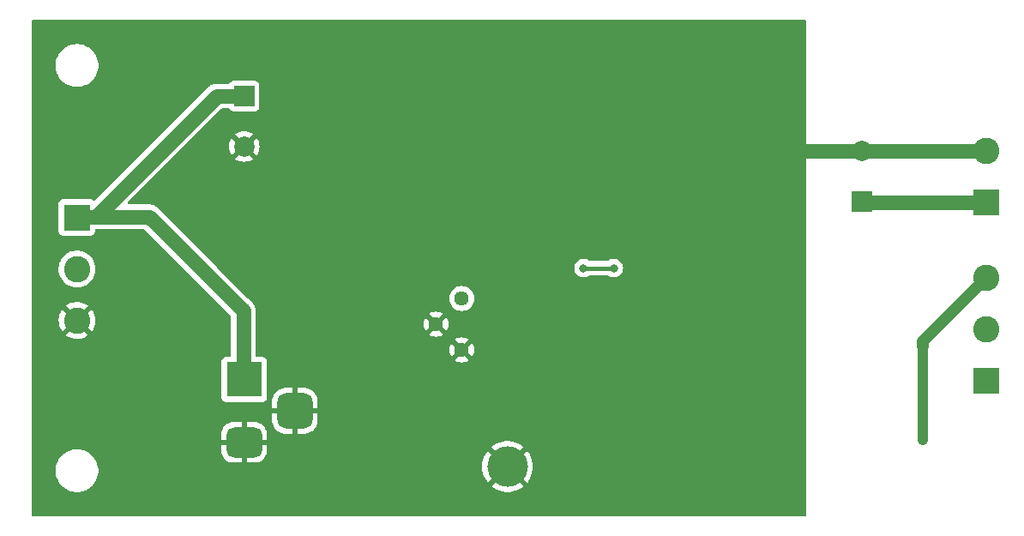
<source format=gbl>
G04 #@! TF.GenerationSoftware,KiCad,Pcbnew,(6.0.10)*
G04 #@! TF.CreationDate,2023-01-08T15:34:45+00:00*
G04 #@! TF.ProjectId,NixiePowerAlternate,4e697869-6550-46f7-9765-72416c746572,rev?*
G04 #@! TF.SameCoordinates,Original*
G04 #@! TF.FileFunction,Copper,L2,Bot*
G04 #@! TF.FilePolarity,Positive*
%FSLAX46Y46*%
G04 Gerber Fmt 4.6, Leading zero omitted, Abs format (unit mm)*
G04 Created by KiCad (PCBNEW (6.0.10)) date 2023-01-08 15:34:45*
%MOMM*%
%LPD*%
G01*
G04 APERTURE LIST*
G04 Aperture macros list*
%AMRoundRect*
0 Rectangle with rounded corners*
0 $1 Rounding radius*
0 $2 $3 $4 $5 $6 $7 $8 $9 X,Y pos of 4 corners*
0 Add a 4 corners polygon primitive as box body*
4,1,4,$2,$3,$4,$5,$6,$7,$8,$9,$2,$3,0*
0 Add four circle primitives for the rounded corners*
1,1,$1+$1,$2,$3*
1,1,$1+$1,$4,$5*
1,1,$1+$1,$6,$7*
1,1,$1+$1,$8,$9*
0 Add four rect primitives between the rounded corners*
20,1,$1+$1,$2,$3,$4,$5,0*
20,1,$1+$1,$4,$5,$6,$7,0*
20,1,$1+$1,$6,$7,$8,$9,0*
20,1,$1+$1,$8,$9,$2,$3,0*%
G04 Aperture macros list end*
G04 #@! TA.AperFunction,ComponentPad*
%ADD10R,3.500000X3.500000*%
G04 #@! TD*
G04 #@! TA.AperFunction,ComponentPad*
%ADD11RoundRect,0.750000X1.000000X-0.750000X1.000000X0.750000X-1.000000X0.750000X-1.000000X-0.750000X0*%
G04 #@! TD*
G04 #@! TA.AperFunction,ComponentPad*
%ADD12RoundRect,0.875000X0.875000X-0.875000X0.875000X0.875000X-0.875000X0.875000X-0.875000X-0.875000X0*%
G04 #@! TD*
G04 #@! TA.AperFunction,ComponentPad*
%ADD13C,1.440000*%
G04 #@! TD*
G04 #@! TA.AperFunction,ComponentPad*
%ADD14C,4.000000*%
G04 #@! TD*
G04 #@! TA.AperFunction,ComponentPad*
%ADD15R,2.600000X2.600000*%
G04 #@! TD*
G04 #@! TA.AperFunction,ComponentPad*
%ADD16C,2.600000*%
G04 #@! TD*
G04 #@! TA.AperFunction,ComponentPad*
%ADD17R,2.000000X2.000000*%
G04 #@! TD*
G04 #@! TA.AperFunction,ComponentPad*
%ADD18C,2.000000*%
G04 #@! TD*
G04 #@! TA.AperFunction,ViaPad*
%ADD19C,0.800000*%
G04 #@! TD*
G04 #@! TA.AperFunction,ViaPad*
%ADD20C,0.600000*%
G04 #@! TD*
G04 #@! TA.AperFunction,Conductor*
%ADD21C,1.200000*%
G04 #@! TD*
G04 #@! TA.AperFunction,Conductor*
%ADD22C,1.400000*%
G04 #@! TD*
G04 #@! TA.AperFunction,Conductor*
%ADD23C,0.400000*%
G04 #@! TD*
G04 #@! TA.AperFunction,Conductor*
%ADD24C,1.000000*%
G04 #@! TD*
G04 APERTURE END LIST*
D10*
X121500000Y-136000000D03*
D11*
X121500000Y-142200000D03*
D12*
X126500000Y-139100000D03*
D13*
X142985000Y-128000000D03*
X140445000Y-130540000D03*
X142985000Y-133080000D03*
D14*
X147500000Y-144600000D03*
D15*
X105000000Y-120000000D03*
D16*
X105000000Y-125080000D03*
X105000000Y-130160000D03*
D15*
X194805000Y-118500000D03*
D16*
X194805000Y-113420000D03*
D17*
X121500000Y-108000000D03*
D18*
X121500000Y-113000000D03*
D15*
X194805000Y-136096000D03*
D16*
X194805000Y-131016000D03*
X194805000Y-125936000D03*
D18*
X182500000Y-113441807D03*
D17*
X182500000Y-118441807D03*
D19*
X158000000Y-125000000D03*
X155000000Y-125000000D03*
X176000000Y-136500000D03*
X188500000Y-142000000D03*
X175000000Y-124000000D03*
X167500000Y-127000000D03*
X166550000Y-124050000D03*
X152000000Y-122000000D03*
X162500000Y-138000000D03*
D20*
X156500000Y-148000000D03*
D21*
X188500000Y-132241000D02*
X194805000Y-125936000D01*
X188500000Y-132730000D02*
X188500000Y-132241000D01*
D22*
X195000000Y-118500000D02*
X182400000Y-118500000D01*
X182400000Y-113467677D02*
X194952323Y-113467677D01*
D23*
X155000000Y-125000000D02*
X158000000Y-125000000D01*
D24*
X188500000Y-142000000D02*
X188500000Y-132730000D01*
D22*
X182400000Y-113467677D02*
X174532323Y-113467677D01*
X182402677Y-113465000D02*
X182400000Y-113467677D01*
X104695000Y-119915000D02*
X106885000Y-119915000D01*
X106885000Y-119915000D02*
X118800000Y-108000000D01*
X104695000Y-119915000D02*
X112115000Y-119915000D01*
X121417500Y-129217500D02*
X121417500Y-136200000D01*
X112115000Y-119915000D02*
X121417500Y-129217500D01*
X118800000Y-108000000D02*
X121500000Y-108000000D01*
G04 #@! TA.AperFunction,Conductor*
G36*
X176942121Y-100528502D02*
G01*
X176988614Y-100582158D01*
X177000000Y-100634500D01*
X177000000Y-149365500D01*
X176979998Y-149433621D01*
X176926342Y-149480114D01*
X176874000Y-149491500D01*
X100634500Y-149491500D01*
X100566379Y-149471498D01*
X100519886Y-149417842D01*
X100508500Y-149365500D01*
X100508500Y-145132703D01*
X102890743Y-145132703D01*
X102891302Y-145136947D01*
X102891302Y-145136951D01*
X102903384Y-145228723D01*
X102928268Y-145417734D01*
X103004129Y-145695036D01*
X103005813Y-145698984D01*
X103051904Y-145807041D01*
X103116923Y-145959476D01*
X103264561Y-146206161D01*
X103444313Y-146430528D01*
X103652851Y-146628423D01*
X103886317Y-146796186D01*
X103890112Y-146798195D01*
X103890113Y-146798196D01*
X103911869Y-146809715D01*
X104140392Y-146930712D01*
X104410373Y-147029511D01*
X104691264Y-147090755D01*
X104719841Y-147093004D01*
X104914282Y-147108307D01*
X104914291Y-147108307D01*
X104916739Y-147108500D01*
X105072271Y-147108500D01*
X105074407Y-147108354D01*
X105074418Y-147108354D01*
X105282548Y-147094165D01*
X105282554Y-147094164D01*
X105286825Y-147093873D01*
X105291020Y-147093004D01*
X105291022Y-147093004D01*
X105427584Y-147064723D01*
X105568342Y-147035574D01*
X105839343Y-146939607D01*
X106094812Y-146807750D01*
X106098313Y-146805289D01*
X106098317Y-146805287D01*
X106220479Y-146719430D01*
X106330023Y-146642441D01*
X106433820Y-146545987D01*
X145918721Y-146545987D01*
X145927548Y-146557605D01*
X146150281Y-146719430D01*
X146156961Y-146723670D01*
X146426572Y-146871890D01*
X146433707Y-146875247D01*
X146719770Y-146988508D01*
X146727296Y-146990953D01*
X147025279Y-147067462D01*
X147033050Y-147068945D01*
X147338278Y-147107503D01*
X147346169Y-147108000D01*
X147653831Y-147108000D01*
X147661722Y-147107503D01*
X147966950Y-147068945D01*
X147974721Y-147067462D01*
X148272704Y-146990953D01*
X148280230Y-146988508D01*
X148566293Y-146875247D01*
X148573428Y-146871890D01*
X148843039Y-146723670D01*
X148849719Y-146719430D01*
X149072823Y-146557336D01*
X149081246Y-146546413D01*
X149074342Y-146533552D01*
X147512812Y-144972022D01*
X147498868Y-144964408D01*
X147497035Y-144964539D01*
X147490420Y-144968790D01*
X145925334Y-146533876D01*
X145918721Y-146545987D01*
X106433820Y-146545987D01*
X106540622Y-146446740D01*
X106722713Y-146224268D01*
X106872927Y-145979142D01*
X106988483Y-145715898D01*
X107067244Y-145439406D01*
X107107751Y-145154784D01*
X107107845Y-145136951D01*
X107109235Y-144871583D01*
X107109235Y-144871576D01*
X107109257Y-144867297D01*
X107074588Y-144603958D01*
X144987290Y-144603958D01*
X145006607Y-144910994D01*
X145007600Y-144918855D01*
X145065246Y-145221046D01*
X145067217Y-145228723D01*
X145162284Y-145521309D01*
X145165199Y-145528672D01*
X145296189Y-145807041D01*
X145300001Y-145813974D01*
X145464851Y-146073736D01*
X145469495Y-146080129D01*
X145544497Y-146170790D01*
X145557014Y-146179245D01*
X145567752Y-146173038D01*
X147127978Y-144612812D01*
X147134356Y-144601132D01*
X147864408Y-144601132D01*
X147864539Y-144602965D01*
X147868790Y-144609580D01*
X149431145Y-146171935D01*
X149444407Y-146179177D01*
X149454512Y-146171988D01*
X149530505Y-146080129D01*
X149535149Y-146073736D01*
X149699999Y-145813974D01*
X149703811Y-145807041D01*
X149834801Y-145528672D01*
X149837716Y-145521309D01*
X149932783Y-145228723D01*
X149934754Y-145221046D01*
X149992400Y-144918855D01*
X149993393Y-144910994D01*
X150012710Y-144603958D01*
X150012710Y-144596042D01*
X149993393Y-144289006D01*
X149992400Y-144281145D01*
X149934754Y-143978954D01*
X149932783Y-143971277D01*
X149837716Y-143678691D01*
X149834801Y-143671328D01*
X149703811Y-143392959D01*
X149699999Y-143386026D01*
X149535149Y-143126264D01*
X149530505Y-143119871D01*
X149455503Y-143029210D01*
X149442986Y-143020755D01*
X149432248Y-143026962D01*
X147872022Y-144587188D01*
X147864408Y-144601132D01*
X147134356Y-144601132D01*
X147135592Y-144598868D01*
X147135461Y-144597035D01*
X147131210Y-144590420D01*
X145568855Y-143028065D01*
X145555593Y-143020823D01*
X145545488Y-143028012D01*
X145469495Y-143119871D01*
X145464851Y-143126264D01*
X145300001Y-143386026D01*
X145296189Y-143392959D01*
X145165199Y-143671328D01*
X145162284Y-143678691D01*
X145067217Y-143971277D01*
X145065246Y-143978954D01*
X145007600Y-144281145D01*
X145006607Y-144289006D01*
X144987290Y-144596042D01*
X144987290Y-144603958D01*
X107074588Y-144603958D01*
X107071732Y-144582266D01*
X106995871Y-144304964D01*
X106964412Y-144231210D01*
X106884763Y-144044476D01*
X106884761Y-144044472D01*
X106883077Y-144040524D01*
X106735439Y-143793839D01*
X106555687Y-143569472D01*
X106362375Y-143386026D01*
X106350258Y-143374527D01*
X106350255Y-143374525D01*
X106347149Y-143371577D01*
X106113683Y-143203814D01*
X106091843Y-143192250D01*
X106029650Y-143159321D01*
X105859608Y-143069288D01*
X105697489Y-143009961D01*
X119242001Y-143009961D01*
X119242209Y-143015071D01*
X119253082Y-143148767D01*
X119254852Y-143159320D01*
X119307967Y-143366185D01*
X119311701Y-143376731D01*
X119400510Y-143570705D01*
X119406046Y-143580412D01*
X119527803Y-143755597D01*
X119534976Y-143764176D01*
X119685824Y-143915024D01*
X119694403Y-143922197D01*
X119869588Y-144043954D01*
X119879295Y-144049490D01*
X120073269Y-144138299D01*
X120083815Y-144142033D01*
X120290679Y-144195147D01*
X120301234Y-144196918D01*
X120434930Y-144207793D01*
X120440036Y-144208000D01*
X121227885Y-144208000D01*
X121243124Y-144203525D01*
X121244329Y-144202135D01*
X121246000Y-144194452D01*
X121246000Y-144189884D01*
X121754000Y-144189884D01*
X121758475Y-144205123D01*
X121759865Y-144206328D01*
X121767548Y-144207999D01*
X122559961Y-144207999D01*
X122565071Y-144207791D01*
X122698767Y-144196918D01*
X122709320Y-144195148D01*
X122916185Y-144142033D01*
X122926731Y-144138299D01*
X123120705Y-144049490D01*
X123130412Y-144043954D01*
X123305597Y-143922197D01*
X123314176Y-143915024D01*
X123465024Y-143764176D01*
X123472197Y-143755597D01*
X123593954Y-143580412D01*
X123599490Y-143570705D01*
X123688299Y-143376731D01*
X123692033Y-143366185D01*
X123745147Y-143159321D01*
X123746918Y-143148766D01*
X123757793Y-143015070D01*
X123758000Y-143009964D01*
X123758000Y-142653587D01*
X145918754Y-142653587D01*
X145925658Y-142666448D01*
X147487188Y-144227978D01*
X147501132Y-144235592D01*
X147502965Y-144235461D01*
X147509580Y-144231210D01*
X149074666Y-142666124D01*
X149081279Y-142654013D01*
X149072452Y-142642395D01*
X148849719Y-142480570D01*
X148843039Y-142476330D01*
X148573428Y-142328110D01*
X148566293Y-142324753D01*
X148280230Y-142211492D01*
X148272704Y-142209047D01*
X147974721Y-142132538D01*
X147966950Y-142131055D01*
X147661722Y-142092497D01*
X147653831Y-142092000D01*
X147346169Y-142092000D01*
X147338278Y-142092497D01*
X147033050Y-142131055D01*
X147025279Y-142132538D01*
X146727296Y-142209047D01*
X146719770Y-142211492D01*
X146433707Y-142324753D01*
X146426572Y-142328110D01*
X146156961Y-142476330D01*
X146150281Y-142480570D01*
X145927177Y-142642664D01*
X145918754Y-142653587D01*
X123758000Y-142653587D01*
X123758000Y-142472115D01*
X123753525Y-142456876D01*
X123752135Y-142455671D01*
X123744452Y-142454000D01*
X121772115Y-142454000D01*
X121756876Y-142458475D01*
X121755671Y-142459865D01*
X121754000Y-142467548D01*
X121754000Y-144189884D01*
X121246000Y-144189884D01*
X121246000Y-142472115D01*
X121241525Y-142456876D01*
X121240135Y-142455671D01*
X121232452Y-142454000D01*
X119260116Y-142454000D01*
X119244877Y-142458475D01*
X119243672Y-142459865D01*
X119242001Y-142467548D01*
X119242001Y-143009961D01*
X105697489Y-143009961D01*
X105589627Y-142970489D01*
X105308736Y-142909245D01*
X105277685Y-142906801D01*
X105085718Y-142891693D01*
X105085709Y-142891693D01*
X105083261Y-142891500D01*
X104927729Y-142891500D01*
X104925593Y-142891646D01*
X104925582Y-142891646D01*
X104717452Y-142905835D01*
X104717446Y-142905836D01*
X104713175Y-142906127D01*
X104708980Y-142906996D01*
X104708978Y-142906996D01*
X104572416Y-142935277D01*
X104431658Y-142964426D01*
X104160657Y-143060393D01*
X103905188Y-143192250D01*
X103901687Y-143194711D01*
X103901683Y-143194713D01*
X103891594Y-143201804D01*
X103669977Y-143357559D01*
X103459378Y-143553260D01*
X103277287Y-143775732D01*
X103127073Y-144020858D01*
X103125347Y-144024791D01*
X103125346Y-144024792D01*
X103050565Y-144195148D01*
X103011517Y-144284102D01*
X102932756Y-144560594D01*
X102892249Y-144845216D01*
X102892227Y-144849505D01*
X102892226Y-144849512D01*
X102890765Y-145128417D01*
X102890743Y-145132703D01*
X100508500Y-145132703D01*
X100508500Y-141927885D01*
X119242000Y-141927885D01*
X119246475Y-141943124D01*
X119247865Y-141944329D01*
X119255548Y-141946000D01*
X121227885Y-141946000D01*
X121243124Y-141941525D01*
X121244329Y-141940135D01*
X121246000Y-141932452D01*
X121246000Y-141927885D01*
X121754000Y-141927885D01*
X121758475Y-141943124D01*
X121759865Y-141944329D01*
X121767548Y-141946000D01*
X123739884Y-141946000D01*
X123755123Y-141941525D01*
X123756328Y-141940135D01*
X123757999Y-141932452D01*
X123757999Y-141390039D01*
X123757791Y-141384929D01*
X123746918Y-141251233D01*
X123745148Y-141240680D01*
X123692033Y-141033815D01*
X123688299Y-141023269D01*
X123599490Y-140829295D01*
X123593954Y-140819588D01*
X123472197Y-140644403D01*
X123465024Y-140635824D01*
X123314176Y-140484976D01*
X123305597Y-140477803D01*
X123130412Y-140356046D01*
X123120705Y-140350510D01*
X122926731Y-140261701D01*
X122916185Y-140257967D01*
X122709321Y-140204853D01*
X122698766Y-140203082D01*
X122565070Y-140192207D01*
X122559964Y-140192000D01*
X121772115Y-140192000D01*
X121756876Y-140196475D01*
X121755671Y-140197865D01*
X121754000Y-140205548D01*
X121754000Y-141927885D01*
X121246000Y-141927885D01*
X121246000Y-140210116D01*
X121241525Y-140194877D01*
X121240135Y-140193672D01*
X121232452Y-140192001D01*
X120440039Y-140192001D01*
X120434929Y-140192209D01*
X120301233Y-140203082D01*
X120290680Y-140204852D01*
X120083815Y-140257967D01*
X120073269Y-140261701D01*
X119879295Y-140350510D01*
X119869588Y-140356046D01*
X119694403Y-140477803D01*
X119685824Y-140484976D01*
X119534976Y-140635824D01*
X119527803Y-140644403D01*
X119406046Y-140819588D01*
X119400510Y-140829295D01*
X119311701Y-141023269D01*
X119307967Y-141033815D01*
X119254853Y-141240679D01*
X119253082Y-141251234D01*
X119242207Y-141384930D01*
X119242000Y-141390036D01*
X119242000Y-141927885D01*
X100508500Y-141927885D01*
X100508500Y-140065631D01*
X124242000Y-140065631D01*
X124242091Y-140069016D01*
X124244882Y-140120545D01*
X124245955Y-140129189D01*
X124289080Y-140350018D01*
X124291994Y-140360246D01*
X124371364Y-140569740D01*
X124375962Y-140579338D01*
X124489493Y-140772460D01*
X124495646Y-140781149D01*
X124640101Y-140952392D01*
X124647608Y-140959899D01*
X124818851Y-141104354D01*
X124827540Y-141110507D01*
X125020662Y-141224038D01*
X125030260Y-141228636D01*
X125239754Y-141308006D01*
X125249982Y-141310920D01*
X125470811Y-141354045D01*
X125479455Y-141355118D01*
X125530984Y-141357909D01*
X125534369Y-141358000D01*
X126227885Y-141358000D01*
X126243124Y-141353525D01*
X126244329Y-141352135D01*
X126246000Y-141344452D01*
X126246000Y-141339885D01*
X126754000Y-141339885D01*
X126758475Y-141355124D01*
X126759865Y-141356329D01*
X126767548Y-141358000D01*
X127465631Y-141358000D01*
X127469016Y-141357909D01*
X127520545Y-141355118D01*
X127529189Y-141354045D01*
X127750018Y-141310920D01*
X127760246Y-141308006D01*
X127969740Y-141228636D01*
X127979338Y-141224038D01*
X128172460Y-141110507D01*
X128181149Y-141104354D01*
X128352392Y-140959899D01*
X128359899Y-140952392D01*
X128504354Y-140781149D01*
X128510507Y-140772460D01*
X128624038Y-140579338D01*
X128628636Y-140569740D01*
X128708006Y-140360246D01*
X128710920Y-140350018D01*
X128754045Y-140129189D01*
X128755118Y-140120545D01*
X128757909Y-140069016D01*
X128758000Y-140065631D01*
X128758000Y-139372115D01*
X128753525Y-139356876D01*
X128752135Y-139355671D01*
X128744452Y-139354000D01*
X126772115Y-139354000D01*
X126756876Y-139358475D01*
X126755671Y-139359865D01*
X126754000Y-139367548D01*
X126754000Y-141339885D01*
X126246000Y-141339885D01*
X126246000Y-139372115D01*
X126241525Y-139356876D01*
X126240135Y-139355671D01*
X126232452Y-139354000D01*
X124260115Y-139354000D01*
X124244876Y-139358475D01*
X124243671Y-139359865D01*
X124242000Y-139367548D01*
X124242000Y-140065631D01*
X100508500Y-140065631D01*
X100508500Y-138827885D01*
X124242000Y-138827885D01*
X124246475Y-138843124D01*
X124247865Y-138844329D01*
X124255548Y-138846000D01*
X126227885Y-138846000D01*
X126243124Y-138841525D01*
X126244329Y-138840135D01*
X126246000Y-138832452D01*
X126246000Y-138827885D01*
X126754000Y-138827885D01*
X126758475Y-138843124D01*
X126759865Y-138844329D01*
X126767548Y-138846000D01*
X128739885Y-138846000D01*
X128755124Y-138841525D01*
X128756329Y-138840135D01*
X128758000Y-138832452D01*
X128758000Y-138134370D01*
X128757909Y-138130984D01*
X128755118Y-138079455D01*
X128754045Y-138070811D01*
X128710920Y-137849982D01*
X128708006Y-137839754D01*
X128628636Y-137630260D01*
X128624038Y-137620662D01*
X128510507Y-137427540D01*
X128504354Y-137418851D01*
X128359899Y-137247608D01*
X128352392Y-137240101D01*
X128181149Y-137095646D01*
X128172460Y-137089493D01*
X127979338Y-136975962D01*
X127969740Y-136971364D01*
X127760246Y-136891994D01*
X127750018Y-136889080D01*
X127529189Y-136845955D01*
X127520545Y-136844882D01*
X127469016Y-136842091D01*
X127465630Y-136842000D01*
X126772115Y-136842000D01*
X126756876Y-136846475D01*
X126755671Y-136847865D01*
X126754000Y-136855548D01*
X126754000Y-138827885D01*
X126246000Y-138827885D01*
X126246000Y-136860115D01*
X126241525Y-136844876D01*
X126240135Y-136843671D01*
X126232452Y-136842000D01*
X125534370Y-136842000D01*
X125530984Y-136842091D01*
X125479455Y-136844882D01*
X125470811Y-136845955D01*
X125249982Y-136889080D01*
X125239754Y-136891994D01*
X125030260Y-136971364D01*
X125020662Y-136975962D01*
X124827540Y-137089493D01*
X124818851Y-137095646D01*
X124647608Y-137240101D01*
X124640101Y-137247608D01*
X124495646Y-137418851D01*
X124489493Y-137427540D01*
X124375962Y-137620662D01*
X124371364Y-137630260D01*
X124291994Y-137839754D01*
X124289080Y-137849982D01*
X124245955Y-138070811D01*
X124244882Y-138079455D01*
X124242091Y-138130984D01*
X124242000Y-138134370D01*
X124242000Y-138827885D01*
X100508500Y-138827885D01*
X100508500Y-131604906D01*
X103919839Y-131604906D01*
X103928553Y-131616427D01*
X104035452Y-131694809D01*
X104043351Y-131699745D01*
X104272905Y-131820519D01*
X104281454Y-131824236D01*
X104526327Y-131909749D01*
X104535336Y-131912163D01*
X104790166Y-131960544D01*
X104799423Y-131961598D01*
X105058607Y-131971783D01*
X105067921Y-131971457D01*
X105325753Y-131943220D01*
X105334930Y-131941519D01*
X105585758Y-131875481D01*
X105594574Y-131872445D01*
X105832880Y-131770062D01*
X105841167Y-131765748D01*
X106061718Y-131629266D01*
X106069268Y-131623780D01*
X106074559Y-131619301D01*
X106082997Y-131606497D01*
X106076935Y-131596145D01*
X105012812Y-130532022D01*
X104998868Y-130524408D01*
X104997035Y-130524539D01*
X104990420Y-130528790D01*
X103926497Y-131592713D01*
X103919839Y-131604906D01*
X100508500Y-131604906D01*
X100508500Y-130117211D01*
X103187775Y-130117211D01*
X103200220Y-130376288D01*
X103201356Y-130385543D01*
X103251961Y-130639945D01*
X103254449Y-130648917D01*
X103342095Y-130893033D01*
X103345895Y-130901568D01*
X103468658Y-131130042D01*
X103473666Y-131137904D01*
X103543720Y-131231716D01*
X103554979Y-131240165D01*
X103567397Y-131233393D01*
X104627978Y-130172812D01*
X104634356Y-130161132D01*
X105364408Y-130161132D01*
X105364539Y-130162965D01*
X105368790Y-130169580D01*
X106436094Y-131236884D01*
X106448474Y-131243644D01*
X106456815Y-131237400D01*
X106590832Y-131029048D01*
X106595275Y-131020864D01*
X106701807Y-130784370D01*
X106704997Y-130775605D01*
X106775402Y-130525972D01*
X106777262Y-130516830D01*
X106810187Y-130258019D01*
X106810668Y-130251733D01*
X106812987Y-130163160D01*
X106812836Y-130156851D01*
X106793501Y-129896663D01*
X106792125Y-129887457D01*
X106734878Y-129634467D01*
X106732154Y-129625556D01*
X106638143Y-129383806D01*
X106634132Y-129375397D01*
X106505422Y-129150202D01*
X106500211Y-129142476D01*
X106456996Y-129087658D01*
X106445071Y-129079187D01*
X106433537Y-129085673D01*
X105372022Y-130147188D01*
X105364408Y-130161132D01*
X104634356Y-130161132D01*
X104635592Y-130158868D01*
X104635461Y-130157035D01*
X104631210Y-130150420D01*
X103565816Y-129085026D01*
X103552507Y-129077758D01*
X103542472Y-129084878D01*
X103526937Y-129103556D01*
X103521531Y-129111135D01*
X103386965Y-129332891D01*
X103382736Y-129341192D01*
X103282432Y-129580389D01*
X103279471Y-129589239D01*
X103215628Y-129840625D01*
X103214006Y-129849822D01*
X103188020Y-130107885D01*
X103187775Y-130117211D01*
X100508500Y-130117211D01*
X100508500Y-128712689D01*
X103917102Y-128712689D01*
X103921675Y-128722465D01*
X104987188Y-129787978D01*
X105001132Y-129795592D01*
X105002965Y-129795461D01*
X105009580Y-129791210D01*
X106074349Y-128726441D01*
X106080733Y-128714751D01*
X106071321Y-128702641D01*
X105924045Y-128600471D01*
X105916010Y-128595738D01*
X105683376Y-128481016D01*
X105674743Y-128477528D01*
X105427703Y-128398450D01*
X105418643Y-128396274D01*
X105162630Y-128354580D01*
X105153343Y-128353768D01*
X104893992Y-128350373D01*
X104884681Y-128350943D01*
X104627682Y-128385919D01*
X104618546Y-128387860D01*
X104369543Y-128460439D01*
X104360800Y-128463707D01*
X104125252Y-128572296D01*
X104117097Y-128576816D01*
X103926240Y-128701947D01*
X103917102Y-128712689D01*
X100508500Y-128712689D01*
X100508500Y-125032526D01*
X103187050Y-125032526D01*
X103199947Y-125301019D01*
X103252388Y-125564656D01*
X103343220Y-125817646D01*
X103470450Y-126054431D01*
X103473241Y-126058168D01*
X103473245Y-126058175D01*
X103554887Y-126167506D01*
X103631281Y-126269810D01*
X103634590Y-126273090D01*
X103634595Y-126273096D01*
X103818863Y-126455762D01*
X103822180Y-126459050D01*
X103825942Y-126461808D01*
X103825945Y-126461811D01*
X103938299Y-126544192D01*
X104038954Y-126617995D01*
X104043089Y-126620171D01*
X104043093Y-126620173D01*
X104272698Y-126740975D01*
X104276840Y-126743154D01*
X104530613Y-126831775D01*
X104535206Y-126832647D01*
X104790109Y-126881042D01*
X104790112Y-126881042D01*
X104794698Y-126881913D01*
X104922370Y-126886929D01*
X105058625Y-126892283D01*
X105058630Y-126892283D01*
X105063293Y-126892466D01*
X105167607Y-126881042D01*
X105325844Y-126863713D01*
X105325850Y-126863712D01*
X105330497Y-126863203D01*
X105405330Y-126843501D01*
X105585918Y-126795956D01*
X105585920Y-126795955D01*
X105590441Y-126794765D01*
X105655515Y-126766807D01*
X105833120Y-126690502D01*
X105833122Y-126690501D01*
X105837414Y-126688657D01*
X105956071Y-126615230D01*
X106062017Y-126549669D01*
X106062021Y-126549666D01*
X106065990Y-126547210D01*
X106271149Y-126373530D01*
X106448382Y-126171434D01*
X106593797Y-125945361D01*
X106704199Y-125700278D01*
X106741209Y-125569051D01*
X106775893Y-125446072D01*
X106775894Y-125446069D01*
X106777163Y-125441568D01*
X106795043Y-125301019D01*
X106810688Y-125178045D01*
X106810688Y-125178041D01*
X106811086Y-125174915D01*
X106813571Y-125080000D01*
X106793650Y-124811937D01*
X106792619Y-124807379D01*
X106735361Y-124554331D01*
X106735360Y-124554326D01*
X106734327Y-124549763D01*
X106636902Y-124299238D01*
X106503518Y-124065864D01*
X106337105Y-123854769D01*
X106141317Y-123670591D01*
X105920457Y-123517374D01*
X105916264Y-123515306D01*
X105683564Y-123400551D01*
X105683561Y-123400550D01*
X105679376Y-123398486D01*
X105631745Y-123383239D01*
X105577621Y-123365914D01*
X105423370Y-123316538D01*
X105418763Y-123315788D01*
X105418760Y-123315787D01*
X105162674Y-123274081D01*
X105162675Y-123274081D01*
X105158063Y-123273330D01*
X105027719Y-123271624D01*
X104893961Y-123269873D01*
X104893958Y-123269873D01*
X104889284Y-123269812D01*
X104622937Y-123306060D01*
X104364874Y-123381278D01*
X104120763Y-123493815D01*
X104116854Y-123496378D01*
X103899881Y-123638631D01*
X103899876Y-123638635D01*
X103895968Y-123641197D01*
X103695426Y-123820188D01*
X103523544Y-124026854D01*
X103384096Y-124256656D01*
X103382287Y-124260970D01*
X103382285Y-124260974D01*
X103357058Y-124321134D01*
X103280148Y-124504545D01*
X103213981Y-124765077D01*
X103187050Y-125032526D01*
X100508500Y-125032526D01*
X100508500Y-121348134D01*
X103191500Y-121348134D01*
X103198255Y-121410316D01*
X103249385Y-121546705D01*
X103336739Y-121663261D01*
X103453295Y-121750615D01*
X103589684Y-121801745D01*
X103651866Y-121808500D01*
X106348134Y-121808500D01*
X106410316Y-121801745D01*
X106546705Y-121750615D01*
X106663261Y-121663261D01*
X106750615Y-121546705D01*
X106801745Y-121410316D01*
X106808500Y-121348134D01*
X106808500Y-121249500D01*
X106828502Y-121181379D01*
X106882158Y-121134886D01*
X106934500Y-121123500D01*
X111562233Y-121123500D01*
X111630354Y-121143502D01*
X111651328Y-121160405D01*
X120172095Y-129681172D01*
X120206121Y-129743484D01*
X120209000Y-129770267D01*
X120209000Y-133615500D01*
X120188998Y-133683621D01*
X120135342Y-133730114D01*
X120083000Y-133741500D01*
X119701866Y-133741500D01*
X119639684Y-133748255D01*
X119503295Y-133799385D01*
X119386739Y-133886739D01*
X119299385Y-134003295D01*
X119248255Y-134139684D01*
X119241500Y-134201866D01*
X119241500Y-137798134D01*
X119248255Y-137860316D01*
X119299385Y-137996705D01*
X119386739Y-138113261D01*
X119503295Y-138200615D01*
X119639684Y-138251745D01*
X119701866Y-138258500D01*
X123298134Y-138258500D01*
X123360316Y-138251745D01*
X123496705Y-138200615D01*
X123613261Y-138113261D01*
X123700615Y-137996705D01*
X123751745Y-137860316D01*
X123758500Y-137798134D01*
X123758500Y-134201866D01*
X123751745Y-134139684D01*
X123740100Y-134108621D01*
X142320933Y-134108621D01*
X142330227Y-134120635D01*
X142364146Y-134144385D01*
X142373641Y-134149868D01*
X142558413Y-134236028D01*
X142568705Y-134239774D01*
X142765632Y-134292540D01*
X142776425Y-134294443D01*
X142979525Y-134312212D01*
X142990475Y-134312212D01*
X143193575Y-134294443D01*
X143204368Y-134292540D01*
X143401295Y-134239774D01*
X143411587Y-134236028D01*
X143596359Y-134149868D01*
X143605854Y-134144385D01*
X143640607Y-134120051D01*
X143648983Y-134109572D01*
X143641916Y-134096127D01*
X142997811Y-133452021D01*
X142983868Y-133444408D01*
X142982034Y-133444539D01*
X142975420Y-133448790D01*
X142327360Y-134096851D01*
X142320933Y-134108621D01*
X123740100Y-134108621D01*
X123700615Y-134003295D01*
X123613261Y-133886739D01*
X123496705Y-133799385D01*
X123360316Y-133748255D01*
X123298134Y-133741500D01*
X122752000Y-133741500D01*
X122683879Y-133721498D01*
X122637386Y-133667842D01*
X122626000Y-133615500D01*
X122626000Y-133085475D01*
X141752788Y-133085475D01*
X141770557Y-133288575D01*
X141772460Y-133299368D01*
X141825226Y-133496295D01*
X141828972Y-133506587D01*
X141915135Y-133691364D01*
X141920613Y-133700850D01*
X141944949Y-133735607D01*
X141955428Y-133743983D01*
X141968872Y-133736917D01*
X142612979Y-133092811D01*
X142619356Y-133081132D01*
X143349408Y-133081132D01*
X143349539Y-133082966D01*
X143353790Y-133089580D01*
X144001851Y-133737640D01*
X144013621Y-133744067D01*
X144025635Y-133734772D01*
X144049387Y-133700850D01*
X144054865Y-133691364D01*
X144141028Y-133506587D01*
X144144774Y-133496295D01*
X144197540Y-133299368D01*
X144199443Y-133288575D01*
X144217212Y-133085475D01*
X144217212Y-133074525D01*
X144199443Y-132871425D01*
X144197540Y-132860632D01*
X144144774Y-132663705D01*
X144141028Y-132653413D01*
X144054865Y-132468636D01*
X144049387Y-132459150D01*
X144025051Y-132424393D01*
X144014572Y-132416017D01*
X144001128Y-132423083D01*
X143357021Y-133067189D01*
X143349408Y-133081132D01*
X142619356Y-133081132D01*
X142620592Y-133078868D01*
X142620461Y-133077034D01*
X142616210Y-133070420D01*
X141968149Y-132422360D01*
X141956379Y-132415933D01*
X141944365Y-132425228D01*
X141920613Y-132459150D01*
X141915135Y-132468636D01*
X141828972Y-132653413D01*
X141825226Y-132663705D01*
X141772460Y-132860632D01*
X141770557Y-132871425D01*
X141752788Y-133074525D01*
X141752788Y-133085475D01*
X122626000Y-133085475D01*
X122626000Y-132050428D01*
X142321017Y-132050428D01*
X142328083Y-132063872D01*
X142972189Y-132707979D01*
X142986132Y-132715592D01*
X142987966Y-132715461D01*
X142994580Y-132711210D01*
X143642640Y-132063149D01*
X143649067Y-132051379D01*
X143639773Y-132039365D01*
X143605854Y-132015615D01*
X143596359Y-132010132D01*
X143411587Y-131923972D01*
X143401295Y-131920226D01*
X143204368Y-131867460D01*
X143193575Y-131865557D01*
X142990475Y-131847788D01*
X142979525Y-131847788D01*
X142776425Y-131865557D01*
X142765632Y-131867460D01*
X142568705Y-131920226D01*
X142558413Y-131923972D01*
X142373636Y-132010135D01*
X142364150Y-132015613D01*
X142329393Y-132039949D01*
X142321017Y-132050428D01*
X122626000Y-132050428D01*
X122626000Y-131568621D01*
X139780933Y-131568621D01*
X139790227Y-131580635D01*
X139824146Y-131604385D01*
X139833641Y-131609868D01*
X140018413Y-131696028D01*
X140028705Y-131699774D01*
X140225632Y-131752540D01*
X140236425Y-131754443D01*
X140439525Y-131772212D01*
X140450475Y-131772212D01*
X140653575Y-131754443D01*
X140664368Y-131752540D01*
X140861295Y-131699774D01*
X140871587Y-131696028D01*
X141056359Y-131609868D01*
X141065854Y-131604385D01*
X141100607Y-131580051D01*
X141108983Y-131569572D01*
X141101916Y-131556127D01*
X140457811Y-130912021D01*
X140443868Y-130904408D01*
X140442034Y-130904539D01*
X140435420Y-130908790D01*
X139787360Y-131556851D01*
X139780933Y-131568621D01*
X122626000Y-131568621D01*
X122626000Y-130545475D01*
X139212788Y-130545475D01*
X139230557Y-130748575D01*
X139232460Y-130759368D01*
X139285226Y-130956295D01*
X139288972Y-130966587D01*
X139375135Y-131151364D01*
X139380613Y-131160850D01*
X139404949Y-131195607D01*
X139415428Y-131203983D01*
X139428872Y-131196917D01*
X140072979Y-130552811D01*
X140079356Y-130541132D01*
X140809408Y-130541132D01*
X140809539Y-130542966D01*
X140813790Y-130549580D01*
X141461851Y-131197640D01*
X141473621Y-131204067D01*
X141485635Y-131194772D01*
X141509387Y-131160850D01*
X141514865Y-131151364D01*
X141601028Y-130966587D01*
X141604774Y-130956295D01*
X141657540Y-130759368D01*
X141659443Y-130748575D01*
X141677212Y-130545475D01*
X141677212Y-130534525D01*
X141659443Y-130331425D01*
X141657540Y-130320632D01*
X141604774Y-130123705D01*
X141601028Y-130113413D01*
X141514865Y-129928636D01*
X141509387Y-129919150D01*
X141485051Y-129884393D01*
X141474572Y-129876017D01*
X141461128Y-129883083D01*
X140817021Y-130527189D01*
X140809408Y-130541132D01*
X140079356Y-130541132D01*
X140080592Y-130538868D01*
X140080461Y-130537034D01*
X140076210Y-130530420D01*
X139428149Y-129882360D01*
X139416379Y-129875933D01*
X139404365Y-129885228D01*
X139380613Y-129919150D01*
X139375135Y-129928636D01*
X139288972Y-130113413D01*
X139285226Y-130123705D01*
X139232460Y-130320632D01*
X139230557Y-130331425D01*
X139212788Y-130534525D01*
X139212788Y-130545475D01*
X122626000Y-130545475D01*
X122626000Y-129510428D01*
X139781017Y-129510428D01*
X139788083Y-129523872D01*
X140432189Y-130167979D01*
X140446132Y-130175592D01*
X140447966Y-130175461D01*
X140454580Y-130171210D01*
X141102640Y-129523149D01*
X141109067Y-129511379D01*
X141099773Y-129499365D01*
X141065854Y-129475615D01*
X141056359Y-129470132D01*
X140871587Y-129383972D01*
X140861295Y-129380226D01*
X140664368Y-129327460D01*
X140653575Y-129325557D01*
X140450475Y-129307788D01*
X140439525Y-129307788D01*
X140236425Y-129325557D01*
X140225632Y-129327460D01*
X140028705Y-129380226D01*
X140018413Y-129383972D01*
X139833636Y-129470135D01*
X139824150Y-129475613D01*
X139789393Y-129499949D01*
X139781017Y-129510428D01*
X122626000Y-129510428D01*
X122626000Y-129305594D01*
X122627078Y-129289148D01*
X122629088Y-129273883D01*
X122629088Y-129273878D01*
X122629821Y-129268312D01*
X122626140Y-129190263D01*
X122626000Y-129184327D01*
X122626000Y-129162765D01*
X122623782Y-129137909D01*
X122623423Y-129132647D01*
X122619922Y-129058424D01*
X122619658Y-129052825D01*
X122615889Y-129036368D01*
X122613208Y-129019437D01*
X122612207Y-129008222D01*
X122611708Y-129002628D01*
X122610227Y-128997216D01*
X122610226Y-128997208D01*
X122590625Y-128925559D01*
X122589339Y-128920441D01*
X122572751Y-128848014D01*
X122571498Y-128842543D01*
X122564872Y-128827009D01*
X122559239Y-128810832D01*
X122554784Y-128794548D01*
X122520397Y-128722455D01*
X122518224Y-128717644D01*
X122510616Y-128699807D01*
X122486861Y-128644114D01*
X122477586Y-128629994D01*
X122469177Y-128615070D01*
X122461911Y-128599837D01*
X122458639Y-128595284D01*
X122458634Y-128595275D01*
X122415278Y-128534938D01*
X122412290Y-128530591D01*
X122368422Y-128463809D01*
X122350812Y-128444044D01*
X122342564Y-128433748D01*
X122339301Y-128429206D01*
X122339297Y-128429202D01*
X122336026Y-128424649D01*
X122332001Y-128420749D01*
X122331998Y-128420745D01*
X122262350Y-128353252D01*
X122260940Y-128351863D01*
X121909077Y-128000000D01*
X141751807Y-128000000D01*
X141770542Y-128214142D01*
X141771966Y-128219455D01*
X141771966Y-128219457D01*
X141819928Y-128398450D01*
X141826178Y-128421777D01*
X141828500Y-128426757D01*
X141828501Y-128426759D01*
X141911570Y-128604899D01*
X141917024Y-128616596D01*
X142040319Y-128792681D01*
X142192319Y-128944681D01*
X142368403Y-129067976D01*
X142373381Y-129070297D01*
X142373384Y-129070299D01*
X142544737Y-129150202D01*
X142563223Y-129158822D01*
X142568531Y-129160244D01*
X142568533Y-129160245D01*
X142765543Y-129213034D01*
X142765545Y-129213034D01*
X142770858Y-129214458D01*
X142985000Y-129233193D01*
X143199142Y-129214458D01*
X143204455Y-129213034D01*
X143204457Y-129213034D01*
X143401467Y-129160245D01*
X143401469Y-129160244D01*
X143406777Y-129158822D01*
X143425263Y-129150202D01*
X143596616Y-129070299D01*
X143596619Y-129070297D01*
X143601597Y-129067976D01*
X143777681Y-128944681D01*
X143929681Y-128792681D01*
X144052976Y-128616596D01*
X144058431Y-128604899D01*
X144141499Y-128426759D01*
X144141500Y-128426757D01*
X144143822Y-128421777D01*
X144150073Y-128398450D01*
X144198034Y-128219457D01*
X144198034Y-128219455D01*
X144199458Y-128214142D01*
X144218193Y-128000000D01*
X144199458Y-127785858D01*
X144143822Y-127578223D01*
X144052976Y-127383404D01*
X143929681Y-127207319D01*
X143777681Y-127055319D01*
X143601597Y-126932024D01*
X143596619Y-126929703D01*
X143596616Y-126929701D01*
X143411759Y-126843501D01*
X143411758Y-126843500D01*
X143406777Y-126841178D01*
X143401469Y-126839756D01*
X143401467Y-126839755D01*
X143204457Y-126786966D01*
X143204455Y-126786966D01*
X143199142Y-126785542D01*
X142985000Y-126766807D01*
X142770858Y-126785542D01*
X142765545Y-126786966D01*
X142765543Y-126786966D01*
X142568533Y-126839755D01*
X142568531Y-126839756D01*
X142563223Y-126841178D01*
X142558243Y-126843500D01*
X142558241Y-126843501D01*
X142373385Y-126929701D01*
X142373382Y-126929703D01*
X142368404Y-126932024D01*
X142192319Y-127055319D01*
X142040319Y-127207319D01*
X141917024Y-127383404D01*
X141826178Y-127578223D01*
X141770542Y-127785858D01*
X141751807Y-128000000D01*
X121909077Y-128000000D01*
X118909077Y-125000000D01*
X154086496Y-125000000D01*
X154087186Y-125006565D01*
X154090406Y-125037197D01*
X154106458Y-125189928D01*
X154165473Y-125371556D01*
X154260960Y-125536944D01*
X154388747Y-125678866D01*
X154543248Y-125791118D01*
X154549276Y-125793802D01*
X154549278Y-125793803D01*
X154711681Y-125866109D01*
X154717712Y-125868794D01*
X154811112Y-125888647D01*
X154898056Y-125907128D01*
X154898061Y-125907128D01*
X154904513Y-125908500D01*
X155095487Y-125908500D01*
X155101939Y-125907128D01*
X155101944Y-125907128D01*
X155188888Y-125888647D01*
X155282288Y-125868794D01*
X155288319Y-125866109D01*
X155450722Y-125793803D01*
X155450724Y-125793802D01*
X155456752Y-125791118D01*
X155537344Y-125732564D01*
X155604211Y-125708706D01*
X155611405Y-125708500D01*
X157388595Y-125708500D01*
X157456716Y-125728502D01*
X157462656Y-125732564D01*
X157543248Y-125791118D01*
X157549276Y-125793802D01*
X157549278Y-125793803D01*
X157711681Y-125866109D01*
X157717712Y-125868794D01*
X157811112Y-125888647D01*
X157898056Y-125907128D01*
X157898061Y-125907128D01*
X157904513Y-125908500D01*
X158095487Y-125908500D01*
X158101939Y-125907128D01*
X158101944Y-125907128D01*
X158188888Y-125888647D01*
X158282288Y-125868794D01*
X158288319Y-125866109D01*
X158450722Y-125793803D01*
X158450724Y-125793802D01*
X158456752Y-125791118D01*
X158611253Y-125678866D01*
X158739040Y-125536944D01*
X158834527Y-125371556D01*
X158893542Y-125189928D01*
X158909595Y-125037197D01*
X158912814Y-125006565D01*
X158913504Y-125000000D01*
X158893542Y-124810072D01*
X158834527Y-124628444D01*
X158739040Y-124463056D01*
X158611253Y-124321134D01*
X158456752Y-124208882D01*
X158450724Y-124206198D01*
X158450722Y-124206197D01*
X158288319Y-124133891D01*
X158288318Y-124133891D01*
X158282288Y-124131206D01*
X158188887Y-124111353D01*
X158101944Y-124092872D01*
X158101939Y-124092872D01*
X158095487Y-124091500D01*
X157904513Y-124091500D01*
X157898061Y-124092872D01*
X157898056Y-124092872D01*
X157811113Y-124111353D01*
X157717712Y-124131206D01*
X157711682Y-124133891D01*
X157711681Y-124133891D01*
X157549278Y-124206197D01*
X157549276Y-124206198D01*
X157543248Y-124208882D01*
X157537907Y-124212762D01*
X157537906Y-124212763D01*
X157462656Y-124267436D01*
X157395789Y-124291294D01*
X157388595Y-124291500D01*
X155611405Y-124291500D01*
X155543284Y-124271498D01*
X155537344Y-124267436D01*
X155462094Y-124212763D01*
X155462093Y-124212762D01*
X155456752Y-124208882D01*
X155450724Y-124206198D01*
X155450722Y-124206197D01*
X155288319Y-124133891D01*
X155288318Y-124133891D01*
X155282288Y-124131206D01*
X155188887Y-124111353D01*
X155101944Y-124092872D01*
X155101939Y-124092872D01*
X155095487Y-124091500D01*
X154904513Y-124091500D01*
X154898061Y-124092872D01*
X154898056Y-124092872D01*
X154811113Y-124111353D01*
X154717712Y-124131206D01*
X154711682Y-124133891D01*
X154711681Y-124133891D01*
X154549278Y-124206197D01*
X154549276Y-124206198D01*
X154543248Y-124208882D01*
X154388747Y-124321134D01*
X154260960Y-124463056D01*
X154165473Y-124628444D01*
X154106458Y-124810072D01*
X154086496Y-125000000D01*
X118909077Y-125000000D01*
X113031829Y-119122752D01*
X113020962Y-119110361D01*
X113011585Y-119098140D01*
X113011581Y-119098136D01*
X113008169Y-119093689D01*
X112950372Y-119041098D01*
X112946076Y-119036999D01*
X112930835Y-119021758D01*
X112911678Y-119005740D01*
X112907699Y-119002269D01*
X112852761Y-118952279D01*
X112852760Y-118952278D01*
X112848611Y-118948503D01*
X112843856Y-118945520D01*
X112834307Y-118939529D01*
X112820447Y-118929459D01*
X112818981Y-118928233D01*
X112807495Y-118918630D01*
X112738075Y-118879033D01*
X112733578Y-118876342D01*
X112665865Y-118833866D01*
X112650201Y-118827569D01*
X112634771Y-118820110D01*
X112620109Y-118811747D01*
X112614826Y-118809876D01*
X112614819Y-118809873D01*
X112544776Y-118785070D01*
X112539868Y-118783215D01*
X112465707Y-118753403D01*
X112460209Y-118752264D01*
X112460208Y-118752264D01*
X112449170Y-118749978D01*
X112432674Y-118745373D01*
X112416756Y-118739736D01*
X112411222Y-118738830D01*
X112411219Y-118738829D01*
X112337917Y-118726826D01*
X112332726Y-118725864D01*
X112319150Y-118723053D01*
X112254463Y-118709656D01*
X112249852Y-118709390D01*
X112249851Y-118709390D01*
X112228034Y-118708132D01*
X112214929Y-118706685D01*
X112209411Y-118705782D01*
X112203866Y-118704874D01*
X112198252Y-118704962D01*
X112198250Y-118704962D01*
X112101365Y-118706484D01*
X112099386Y-118706500D01*
X110106767Y-118706500D01*
X110038646Y-118686498D01*
X109992153Y-118632842D01*
X109982049Y-118562568D01*
X110011543Y-118497988D01*
X110017672Y-118491405D01*
X114276407Y-114232670D01*
X120632160Y-114232670D01*
X120637887Y-114240320D01*
X120809042Y-114345205D01*
X120817837Y-114349687D01*
X121027988Y-114436734D01*
X121037373Y-114439783D01*
X121258554Y-114492885D01*
X121268301Y-114494428D01*
X121495070Y-114512275D01*
X121504930Y-114512275D01*
X121731699Y-114494428D01*
X121741446Y-114492885D01*
X121962627Y-114439783D01*
X121972012Y-114436734D01*
X122182163Y-114349687D01*
X122190958Y-114345205D01*
X122358445Y-114242568D01*
X122367907Y-114232110D01*
X122364124Y-114223334D01*
X121512812Y-113372022D01*
X121498868Y-113364408D01*
X121497035Y-113364539D01*
X121490420Y-113368790D01*
X120638920Y-114220290D01*
X120632160Y-114232670D01*
X114276407Y-114232670D01*
X115504147Y-113004930D01*
X119987725Y-113004930D01*
X120005572Y-113231699D01*
X120007115Y-113241446D01*
X120060217Y-113462627D01*
X120063266Y-113472012D01*
X120150313Y-113682163D01*
X120154795Y-113690958D01*
X120257432Y-113858445D01*
X120267890Y-113867907D01*
X120276666Y-113864124D01*
X121127978Y-113012812D01*
X121134356Y-113001132D01*
X121864408Y-113001132D01*
X121864539Y-113002965D01*
X121868790Y-113009580D01*
X122720290Y-113861080D01*
X122732670Y-113867840D01*
X122740320Y-113862113D01*
X122845205Y-113690958D01*
X122849687Y-113682163D01*
X122936734Y-113472012D01*
X122939783Y-113462627D01*
X122992885Y-113241446D01*
X122994428Y-113231699D01*
X123012275Y-113004930D01*
X123012275Y-112995070D01*
X122994428Y-112768301D01*
X122992885Y-112758554D01*
X122939783Y-112537373D01*
X122936734Y-112527988D01*
X122849687Y-112317837D01*
X122845205Y-112309042D01*
X122742568Y-112141555D01*
X122732110Y-112132093D01*
X122723334Y-112135876D01*
X121872022Y-112987188D01*
X121864408Y-113001132D01*
X121134356Y-113001132D01*
X121135592Y-112998868D01*
X121135461Y-112997035D01*
X121131210Y-112990420D01*
X120279710Y-112138920D01*
X120267330Y-112132160D01*
X120259680Y-112137887D01*
X120154795Y-112309042D01*
X120150313Y-112317837D01*
X120063266Y-112527988D01*
X120060217Y-112537373D01*
X120007115Y-112758554D01*
X120005572Y-112768301D01*
X119987725Y-112995070D01*
X119987725Y-113004930D01*
X115504147Y-113004930D01*
X116741187Y-111767890D01*
X120632093Y-111767890D01*
X120635876Y-111776666D01*
X121487188Y-112627978D01*
X121501132Y-112635592D01*
X121502965Y-112635461D01*
X121509580Y-112631210D01*
X122361080Y-111779710D01*
X122367840Y-111767330D01*
X122362113Y-111759680D01*
X122190958Y-111654795D01*
X122182163Y-111650313D01*
X121972012Y-111563266D01*
X121962627Y-111560217D01*
X121741446Y-111507115D01*
X121731699Y-111505572D01*
X121504930Y-111487725D01*
X121495070Y-111487725D01*
X121268301Y-111505572D01*
X121258554Y-111507115D01*
X121037373Y-111560217D01*
X121027988Y-111563266D01*
X120817837Y-111650313D01*
X120809042Y-111654795D01*
X120641555Y-111757432D01*
X120632093Y-111767890D01*
X116741187Y-111767890D01*
X119263672Y-109245405D01*
X119325984Y-109211379D01*
X119352767Y-109208500D01*
X119957725Y-109208500D01*
X120025846Y-109228502D01*
X120058551Y-109258935D01*
X120136739Y-109363261D01*
X120253295Y-109450615D01*
X120389684Y-109501745D01*
X120451866Y-109508500D01*
X122548134Y-109508500D01*
X122610316Y-109501745D01*
X122746705Y-109450615D01*
X122863261Y-109363261D01*
X122950615Y-109246705D01*
X123001745Y-109110316D01*
X123008500Y-109048134D01*
X123008500Y-106951866D01*
X123001745Y-106889684D01*
X122950615Y-106753295D01*
X122863261Y-106636739D01*
X122746705Y-106549385D01*
X122610316Y-106498255D01*
X122548134Y-106491500D01*
X120451866Y-106491500D01*
X120389684Y-106498255D01*
X120253295Y-106549385D01*
X120136739Y-106636739D01*
X120131358Y-106643919D01*
X120058551Y-106741065D01*
X120001692Y-106783580D01*
X119957725Y-106791500D01*
X118888094Y-106791500D01*
X118871648Y-106790422D01*
X118856383Y-106788412D01*
X118856378Y-106788412D01*
X118850812Y-106787679D01*
X118777082Y-106791156D01*
X118772763Y-106791360D01*
X118766827Y-106791500D01*
X118745265Y-106791500D01*
X118722144Y-106793563D01*
X118720409Y-106793718D01*
X118715147Y-106794077D01*
X118635325Y-106797842D01*
X118629866Y-106799092D01*
X118629861Y-106799093D01*
X118618868Y-106801611D01*
X118601937Y-106804292D01*
X118597826Y-106804659D01*
X118585128Y-106805792D01*
X118579716Y-106807273D01*
X118579708Y-106807274D01*
X118508059Y-106826875D01*
X118502941Y-106828161D01*
X118437071Y-106843247D01*
X118425043Y-106846002D01*
X118409511Y-106852627D01*
X118393332Y-106858261D01*
X118377048Y-106862716D01*
X118371980Y-106865133D01*
X118371981Y-106865133D01*
X118304955Y-106897103D01*
X118300144Y-106899276D01*
X118282307Y-106906884D01*
X118226614Y-106930639D01*
X118212494Y-106939914D01*
X118197570Y-106948323D01*
X118182337Y-106955589D01*
X118177784Y-106958861D01*
X118177775Y-106958866D01*
X118117438Y-107002222D01*
X118113093Y-107005209D01*
X118046309Y-107049078D01*
X118042857Y-107052154D01*
X118026548Y-107066685D01*
X118016248Y-107074936D01*
X118011706Y-107078199D01*
X118011702Y-107078203D01*
X118007149Y-107081474D01*
X118003249Y-107085499D01*
X118003245Y-107085502D01*
X117935752Y-107155150D01*
X117934363Y-107156560D01*
X106792478Y-118298445D01*
X106730166Y-118332471D01*
X106659351Y-118327406D01*
X106627818Y-118310176D01*
X106546705Y-118249385D01*
X106410316Y-118198255D01*
X106348134Y-118191500D01*
X103651866Y-118191500D01*
X103589684Y-118198255D01*
X103453295Y-118249385D01*
X103336739Y-118336739D01*
X103249385Y-118453295D01*
X103198255Y-118589684D01*
X103191500Y-118651866D01*
X103191500Y-121348134D01*
X100508500Y-121348134D01*
X100508500Y-105132703D01*
X102890743Y-105132703D01*
X102928268Y-105417734D01*
X103004129Y-105695036D01*
X103116923Y-105959476D01*
X103264561Y-106206161D01*
X103444313Y-106430528D01*
X103652851Y-106628423D01*
X103675787Y-106644904D01*
X103878296Y-106790422D01*
X103886317Y-106796186D01*
X103890112Y-106798195D01*
X103890113Y-106798196D01*
X103911869Y-106809715D01*
X104140392Y-106930712D01*
X104410373Y-107029511D01*
X104691264Y-107090755D01*
X104719841Y-107093004D01*
X104914282Y-107108307D01*
X104914291Y-107108307D01*
X104916739Y-107108500D01*
X105072271Y-107108500D01*
X105074407Y-107108354D01*
X105074418Y-107108354D01*
X105282548Y-107094165D01*
X105282554Y-107094164D01*
X105286825Y-107093873D01*
X105291020Y-107093004D01*
X105291022Y-107093004D01*
X105427583Y-107064724D01*
X105568342Y-107035574D01*
X105839343Y-106939607D01*
X106094812Y-106807750D01*
X106098313Y-106805289D01*
X106098317Y-106805287D01*
X106212417Y-106725096D01*
X106330023Y-106642441D01*
X106482200Y-106501029D01*
X106537479Y-106449661D01*
X106537481Y-106449658D01*
X106540622Y-106446740D01*
X106722713Y-106224268D01*
X106872927Y-105979142D01*
X106988483Y-105715898D01*
X107067244Y-105439406D01*
X107107751Y-105154784D01*
X107107845Y-105136951D01*
X107109235Y-104871583D01*
X107109235Y-104871576D01*
X107109257Y-104867297D01*
X107071732Y-104582266D01*
X106995871Y-104304964D01*
X106883077Y-104040524D01*
X106735439Y-103793839D01*
X106555687Y-103569472D01*
X106347149Y-103371577D01*
X106113683Y-103203814D01*
X106091843Y-103192250D01*
X106068654Y-103179972D01*
X105859608Y-103069288D01*
X105589627Y-102970489D01*
X105308736Y-102909245D01*
X105277685Y-102906801D01*
X105085718Y-102891693D01*
X105085709Y-102891693D01*
X105083261Y-102891500D01*
X104927729Y-102891500D01*
X104925593Y-102891646D01*
X104925582Y-102891646D01*
X104717452Y-102905835D01*
X104717446Y-102905836D01*
X104713175Y-102906127D01*
X104708980Y-102906996D01*
X104708978Y-102906996D01*
X104572417Y-102935276D01*
X104431658Y-102964426D01*
X104160657Y-103060393D01*
X103905188Y-103192250D01*
X103901687Y-103194711D01*
X103901683Y-103194713D01*
X103891594Y-103201804D01*
X103669977Y-103357559D01*
X103459378Y-103553260D01*
X103277287Y-103775732D01*
X103127073Y-104020858D01*
X103011517Y-104284102D01*
X102932756Y-104560594D01*
X102892249Y-104845216D01*
X102892227Y-104849505D01*
X102892226Y-104849512D01*
X102890765Y-105128417D01*
X102890743Y-105132703D01*
X100508500Y-105132703D01*
X100508500Y-100634500D01*
X100528502Y-100566379D01*
X100582158Y-100519886D01*
X100634500Y-100508500D01*
X176874000Y-100508500D01*
X176942121Y-100528502D01*
G37*
G04 #@! TD.AperFunction*
M02*

</source>
